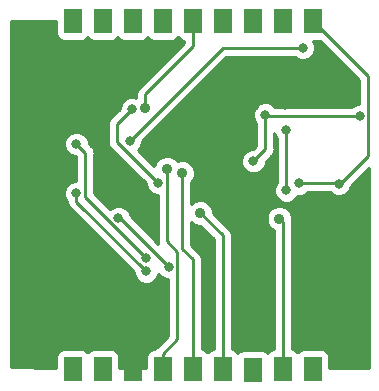
<source format=gbr>
G04 #@! TF.GenerationSoftware,KiCad,Pcbnew,5.0.2-bee76a0~70~ubuntu16.04.1*
G04 #@! TF.CreationDate,2019-03-15T16:40:36-06:00*
G04 #@! TF.ProjectId,AX25_TNC_modemmodule,41583235-5f54-44e4-935f-6d6f64656d6d,rev?*
G04 #@! TF.SameCoordinates,Original*
G04 #@! TF.FileFunction,Copper,L2,Bot*
G04 #@! TF.FilePolarity,Positive*
%FSLAX46Y46*%
G04 Gerber Fmt 4.6, Leading zero omitted, Abs format (unit mm)*
G04 Created by KiCad (PCBNEW 5.0.2-bee76a0~70~ubuntu16.04.1) date Fri 15 Mar 2019 04:40:36 PM MDT*
%MOMM*%
%LPD*%
G01*
G04 APERTURE LIST*
G04 #@! TA.AperFunction,ComponentPad*
%ADD10R,1.524000X2.032000*%
G04 #@! TD*
G04 #@! TA.AperFunction,ViaPad*
%ADD11C,0.889000*%
G04 #@! TD*
G04 #@! TA.AperFunction,ViaPad*
%ADD12C,0.800000*%
G04 #@! TD*
G04 #@! TA.AperFunction,Conductor*
%ADD13C,0.254000*%
G04 #@! TD*
G04 APERTURE END LIST*
D10*
G04 #@! TO.P,J14,1*
G04 #@! TO.N,/gen2*
X143954500Y-95567500D03*
G04 #@! TD*
G04 #@! TO.P,,1*
G04 #@! TO.N,N/C*
X141414500Y-95567500D03*
G04 #@! TD*
G04 #@! TO.P,gnd,3*
G04 #@! TO.N,GND*
X146494500Y-125031500D03*
G04 #@! TD*
G04 #@! TO.P,ptt,1*
G04 #@! TO.N,/ptt*
X141414500Y-125031500D03*
G04 #@! TD*
G04 #@! TO.P,out,2*
G04 #@! TO.N,/audio_out*
X143954500Y-125031500D03*
G04 #@! TD*
G04 #@! TO.P,txl,8*
G04 #@! TO.N,/txled*
X159194500Y-125031500D03*
G04 #@! TD*
G04 #@! TO.P,g1,6*
G04 #@! TO.N,/gen1*
X154114500Y-125031500D03*
G04 #@! TD*
G04 #@! TO.P,5v,9*
G04 #@! TO.N,+5V*
X161734500Y-125031500D03*
G04 #@! TD*
G04 #@! TO.P,sda,5*
G04 #@! TO.N,/sda*
X151574500Y-125031500D03*
G04 #@! TD*
G04 #@! TO.P,scl,4*
G04 #@! TO.N,/scl*
X149034500Y-125031500D03*
G04 #@! TD*
G04 #@! TO.P,rxl,7*
G04 #@! TO.N,/rxled*
X156654500Y-125095000D03*
G04 #@! TD*
G04 #@! TO.P,tx,1*
G04 #@! TO.N,/tnc_rx*
X149034500Y-95567500D03*
G04 #@! TD*
G04 #@! TO.P,g2,1*
G04 #@! TO.N,/tnc_tx*
X146494500Y-95567500D03*
G04 #@! TD*
G04 #@! TO.P,ain,1*
G04 #@! TO.N,/audio_in*
X154114500Y-95567500D03*
G04 #@! TD*
G04 #@! TO.P,osi,11*
G04 #@! TO.N,/mosi*
X159194500Y-95567500D03*
G04 #@! TD*
G04 #@! TO.P,sck,1*
G04 #@! TO.N,/sck*
X156654500Y-95567500D03*
G04 #@! TD*
G04 #@! TO.P,iso,10*
G04 #@! TO.N,/miso*
X161734500Y-95567500D03*
G04 #@! TD*
G04 #@! TO.P,rx,1*
G04 #@! TO.N,/gen3*
X151638000Y-95567500D03*
G04 #@! TD*
D11*
G04 #@! TO.N,GND*
X154368500Y-104584500D03*
X137922000Y-102616000D03*
X142303500Y-115506500D03*
X145224500Y-99123500D03*
X152908000Y-122872500D03*
X164719000Y-122555000D03*
X138176000Y-115506500D03*
X147510500Y-110045500D03*
X144462500Y-109664500D03*
X148272500Y-120904000D03*
X157480000Y-121920000D03*
D12*
X145161000Y-123190000D03*
D11*
X156781500Y-102806500D03*
D12*
X159385000Y-102679500D03*
X161480500Y-99758500D03*
G04 #@! TO.N,+5V*
X148653500Y-109283500D03*
X146430998Y-103060500D03*
G04 #@! TO.N,Net-(C4-Pad2)*
X147660045Y-115656045D03*
X141731996Y-105981500D03*
G04 #@! TO.N,Net-(C5-Pad2)*
X147637500Y-116776500D03*
X141732000Y-110172500D03*
D11*
G04 #@! TO.N,/sda*
X150685500Y-108458000D03*
G04 #@! TO.N,/scl*
X149415500Y-108077000D03*
D12*
G04 #@! TO.N,/mosi*
X159518074Y-109924574D03*
X159512000Y-104775000D03*
G04 #@! TO.N,/miso*
X160609927Y-109324234D03*
X163957000Y-109347000D03*
G04 #@! TO.N,/sck*
X156724067Y-107448067D03*
X165706490Y-103632000D03*
X157733996Y-103505000D03*
G04 #@! TO.N,/reset*
X146240500Y-105727500D03*
X160909000Y-97853498D03*
G04 #@! TO.N,Net-(R5-Pad2)*
X149542500Y-116395500D03*
X145294067Y-112261933D03*
D11*
G04 #@! TO.N,/gen1*
X152209500Y-111823500D03*
G04 #@! TO.N,/txled*
X158909783Y-112310283D03*
G04 #@! TO.N,/gen3*
X147574000Y-102933500D03*
G04 #@! TD*
D13*
G04 #@! TO.N,+5V*
X146030999Y-103460499D02*
X146430998Y-103060500D01*
X145161000Y-104330498D02*
X146030999Y-103460499D01*
X148653500Y-109283500D02*
X145161000Y-105791000D01*
X145161000Y-105791000D02*
X145161000Y-104330498D01*
G04 #@! TO.N,Net-(C4-Pad2)*
X142131995Y-106381499D02*
X141731996Y-105981500D01*
X142494000Y-106743504D02*
X142131995Y-106381499D01*
X147660045Y-115656045D02*
X142494000Y-110490000D01*
X142494000Y-110490000D02*
X142494000Y-106743504D01*
G04 #@! TO.N,Net-(C5-Pad2)*
X141732000Y-110738185D02*
X141732000Y-110172500D01*
X141732000Y-110871000D02*
X141732000Y-110738185D01*
X147637500Y-116776500D02*
X141732000Y-110871000D01*
G04 #@! TO.N,/sda*
X150685500Y-108458000D02*
X150685500Y-114864434D01*
X151574500Y-115753434D02*
X151574500Y-125031500D01*
X150685500Y-114864434D02*
X151574500Y-115753434D01*
X151574500Y-125031500D02*
X151574500Y-125031500D01*
G04 #@! TO.N,/scl*
X149415500Y-108077000D02*
X149415500Y-114236500D01*
X150269501Y-122526499D02*
X149034500Y-123761500D01*
X150269501Y-115090501D02*
X150269501Y-122526499D01*
X149034500Y-123761500D02*
X149034500Y-125031500D01*
X149415500Y-114236500D02*
X150269501Y-115090501D01*
X149034500Y-125031500D02*
X149034500Y-125031500D01*
G04 #@! TO.N,/mosi*
X159518074Y-109924574D02*
X159518074Y-104781074D01*
X159518074Y-104781074D02*
X159512000Y-104775000D01*
G04 #@! TO.N,/miso*
X160609927Y-109324234D02*
X163934234Y-109324234D01*
X163934234Y-109324234D02*
X163957000Y-109347000D01*
X160609927Y-109324234D02*
X164106766Y-109324234D01*
X164106766Y-109324234D02*
X166433500Y-106997500D01*
X166433500Y-106997500D02*
X166433500Y-100266500D01*
X166433500Y-100266500D02*
X161734500Y-95567500D01*
G04 #@! TO.N,/sck*
X157860996Y-103632000D02*
X157733996Y-103505000D01*
X165706490Y-103632000D02*
X157860996Y-103632000D01*
X157733996Y-106438138D02*
X157733996Y-104070685D01*
X156724067Y-107448067D02*
X157733996Y-106438138D01*
X157733996Y-104070685D02*
X157733996Y-103505000D01*
G04 #@! TO.N,/reset*
X154114502Y-97853498D02*
X160343315Y-97853498D01*
X146240500Y-105727500D02*
X154114502Y-97853498D01*
X160343315Y-97853498D02*
X160909000Y-97853498D01*
G04 #@! TO.N,Net-(R5-Pad2)*
X149542500Y-116395500D02*
X145408933Y-112261933D01*
X145408933Y-112261933D02*
X145294067Y-112261933D01*
G04 #@! TO.N,/gen1*
X154114500Y-113728500D02*
X152209500Y-111823500D01*
X154114500Y-125031500D02*
X154114500Y-125031500D01*
X154114500Y-125031500D02*
X154114500Y-113728500D01*
G04 #@! TO.N,/txled*
X159194500Y-112595000D02*
X159194500Y-125031500D01*
X158909783Y-112310283D02*
X159194500Y-112595000D01*
X159194500Y-125031500D02*
X159194500Y-125031500D01*
G04 #@! TO.N,/gen3*
X147574000Y-102933500D02*
X147574000Y-101790500D01*
X151638000Y-97726500D02*
X151638000Y-95567500D01*
X147574000Y-101790500D02*
X151638000Y-97726500D01*
X151638000Y-95567500D02*
X151638000Y-95567500D01*
G04 #@! TD*
G04 #@! TO.N,GND*
G36*
X165671501Y-100582132D02*
X165671501Y-102597000D01*
X165500616Y-102597000D01*
X165120210Y-102754569D01*
X165004779Y-102870000D01*
X158562707Y-102870000D01*
X158320276Y-102627569D01*
X157939870Y-102470000D01*
X157528122Y-102470000D01*
X157147716Y-102627569D01*
X156856565Y-102918720D01*
X156698996Y-103299126D01*
X156698996Y-103710874D01*
X156856565Y-104091280D01*
X156971997Y-104206712D01*
X156971996Y-106122507D01*
X156681437Y-106413067D01*
X156518193Y-106413067D01*
X156137787Y-106570636D01*
X155846636Y-106861787D01*
X155689067Y-107242193D01*
X155689067Y-107653941D01*
X155846636Y-108034347D01*
X156137787Y-108325498D01*
X156518193Y-108483067D01*
X156929941Y-108483067D01*
X157310347Y-108325498D01*
X157601498Y-108034347D01*
X157759067Y-107653941D01*
X157759067Y-107490697D01*
X158219746Y-107030019D01*
X158283367Y-106987509D01*
X158325878Y-106923887D01*
X158451783Y-106735457D01*
X158451783Y-106735456D01*
X158451784Y-106735455D01*
X158495996Y-106513186D01*
X158495996Y-106513182D01*
X158510923Y-106438139D01*
X158495996Y-106363096D01*
X158495996Y-105026734D01*
X158634569Y-105361280D01*
X158756075Y-105482786D01*
X158756074Y-109222863D01*
X158640643Y-109338294D01*
X158483074Y-109718700D01*
X158483074Y-110130448D01*
X158640643Y-110510854D01*
X158931794Y-110802005D01*
X159312200Y-110959574D01*
X159723948Y-110959574D01*
X160104354Y-110802005D01*
X160395505Y-110510854D01*
X160458308Y-110359234D01*
X160815801Y-110359234D01*
X161196207Y-110201665D01*
X161311638Y-110086234D01*
X163232523Y-110086234D01*
X163370720Y-110224431D01*
X163751126Y-110382000D01*
X164162874Y-110382000D01*
X164543280Y-110224431D01*
X164834431Y-109933280D01*
X164992000Y-109552874D01*
X164992000Y-109516630D01*
X166485500Y-108023130D01*
X166485501Y-124966579D01*
X163143940Y-124959896D01*
X163143940Y-124015500D01*
X163094657Y-123767735D01*
X162954309Y-123557691D01*
X162744265Y-123417343D01*
X162496500Y-123368060D01*
X160972500Y-123368060D01*
X160724735Y-123417343D01*
X160514691Y-123557691D01*
X160464500Y-123632807D01*
X160414309Y-123557691D01*
X160204265Y-123417343D01*
X159956500Y-123368060D01*
X159956500Y-112670047D01*
X159971428Y-112595000D01*
X159967815Y-112576837D01*
X159989283Y-112525009D01*
X159989283Y-112095557D01*
X159824939Y-111698795D01*
X159521271Y-111395127D01*
X159124509Y-111230783D01*
X158695057Y-111230783D01*
X158298295Y-111395127D01*
X157994627Y-111698795D01*
X157830283Y-112095557D01*
X157830283Y-112525009D01*
X157994627Y-112921771D01*
X158298295Y-113225439D01*
X158432500Y-113281028D01*
X158432501Y-123368060D01*
X158432500Y-123368060D01*
X158184735Y-123417343D01*
X157974691Y-123557691D01*
X157903285Y-123664557D01*
X157874309Y-123621191D01*
X157664265Y-123480843D01*
X157416500Y-123431560D01*
X155892500Y-123431560D01*
X155644735Y-123480843D01*
X155434691Y-123621191D01*
X155405715Y-123664557D01*
X155334309Y-123557691D01*
X155124265Y-123417343D01*
X154876500Y-123368060D01*
X154876500Y-113803547D01*
X154891428Y-113728500D01*
X154874743Y-113644618D01*
X154832288Y-113431183D01*
X154663871Y-113179129D01*
X154600249Y-113136618D01*
X153289000Y-111825370D01*
X153289000Y-111608774D01*
X153124656Y-111212012D01*
X152820988Y-110908344D01*
X152424226Y-110744000D01*
X151994774Y-110744000D01*
X151598012Y-110908344D01*
X151447500Y-111058856D01*
X151447500Y-109222644D01*
X151600656Y-109069488D01*
X151765000Y-108672726D01*
X151765000Y-108243274D01*
X151600656Y-107846512D01*
X151296988Y-107542844D01*
X150900226Y-107378500D01*
X150470774Y-107378500D01*
X150310169Y-107445025D01*
X150026988Y-107161844D01*
X149630226Y-106997500D01*
X149200774Y-106997500D01*
X148804012Y-107161844D01*
X148500344Y-107465512D01*
X148336000Y-107862274D01*
X148336000Y-107888369D01*
X146939671Y-106492040D01*
X147117931Y-106313780D01*
X147275500Y-105933374D01*
X147275500Y-105770130D01*
X154430133Y-98615498D01*
X160207289Y-98615498D01*
X160322720Y-98730929D01*
X160703126Y-98888498D01*
X161114874Y-98888498D01*
X161495280Y-98730929D01*
X161786431Y-98439778D01*
X161944000Y-98059372D01*
X161944000Y-97647624D01*
X161786431Y-97267218D01*
X161750153Y-97230940D01*
X162320310Y-97230940D01*
X165671501Y-100582132D01*
X165671501Y-100582132D01*
G37*
X165671501Y-100582132D02*
X165671501Y-102597000D01*
X165500616Y-102597000D01*
X165120210Y-102754569D01*
X165004779Y-102870000D01*
X158562707Y-102870000D01*
X158320276Y-102627569D01*
X157939870Y-102470000D01*
X157528122Y-102470000D01*
X157147716Y-102627569D01*
X156856565Y-102918720D01*
X156698996Y-103299126D01*
X156698996Y-103710874D01*
X156856565Y-104091280D01*
X156971997Y-104206712D01*
X156971996Y-106122507D01*
X156681437Y-106413067D01*
X156518193Y-106413067D01*
X156137787Y-106570636D01*
X155846636Y-106861787D01*
X155689067Y-107242193D01*
X155689067Y-107653941D01*
X155846636Y-108034347D01*
X156137787Y-108325498D01*
X156518193Y-108483067D01*
X156929941Y-108483067D01*
X157310347Y-108325498D01*
X157601498Y-108034347D01*
X157759067Y-107653941D01*
X157759067Y-107490697D01*
X158219746Y-107030019D01*
X158283367Y-106987509D01*
X158325878Y-106923887D01*
X158451783Y-106735457D01*
X158451783Y-106735456D01*
X158451784Y-106735455D01*
X158495996Y-106513186D01*
X158495996Y-106513182D01*
X158510923Y-106438139D01*
X158495996Y-106363096D01*
X158495996Y-105026734D01*
X158634569Y-105361280D01*
X158756075Y-105482786D01*
X158756074Y-109222863D01*
X158640643Y-109338294D01*
X158483074Y-109718700D01*
X158483074Y-110130448D01*
X158640643Y-110510854D01*
X158931794Y-110802005D01*
X159312200Y-110959574D01*
X159723948Y-110959574D01*
X160104354Y-110802005D01*
X160395505Y-110510854D01*
X160458308Y-110359234D01*
X160815801Y-110359234D01*
X161196207Y-110201665D01*
X161311638Y-110086234D01*
X163232523Y-110086234D01*
X163370720Y-110224431D01*
X163751126Y-110382000D01*
X164162874Y-110382000D01*
X164543280Y-110224431D01*
X164834431Y-109933280D01*
X164992000Y-109552874D01*
X164992000Y-109516630D01*
X166485500Y-108023130D01*
X166485501Y-124966579D01*
X163143940Y-124959896D01*
X163143940Y-124015500D01*
X163094657Y-123767735D01*
X162954309Y-123557691D01*
X162744265Y-123417343D01*
X162496500Y-123368060D01*
X160972500Y-123368060D01*
X160724735Y-123417343D01*
X160514691Y-123557691D01*
X160464500Y-123632807D01*
X160414309Y-123557691D01*
X160204265Y-123417343D01*
X159956500Y-123368060D01*
X159956500Y-112670047D01*
X159971428Y-112595000D01*
X159967815Y-112576837D01*
X159989283Y-112525009D01*
X159989283Y-112095557D01*
X159824939Y-111698795D01*
X159521271Y-111395127D01*
X159124509Y-111230783D01*
X158695057Y-111230783D01*
X158298295Y-111395127D01*
X157994627Y-111698795D01*
X157830283Y-112095557D01*
X157830283Y-112525009D01*
X157994627Y-112921771D01*
X158298295Y-113225439D01*
X158432500Y-113281028D01*
X158432501Y-123368060D01*
X158432500Y-123368060D01*
X158184735Y-123417343D01*
X157974691Y-123557691D01*
X157903285Y-123664557D01*
X157874309Y-123621191D01*
X157664265Y-123480843D01*
X157416500Y-123431560D01*
X155892500Y-123431560D01*
X155644735Y-123480843D01*
X155434691Y-123621191D01*
X155405715Y-123664557D01*
X155334309Y-123557691D01*
X155124265Y-123417343D01*
X154876500Y-123368060D01*
X154876500Y-113803547D01*
X154891428Y-113728500D01*
X154874743Y-113644618D01*
X154832288Y-113431183D01*
X154663871Y-113179129D01*
X154600249Y-113136618D01*
X153289000Y-111825370D01*
X153289000Y-111608774D01*
X153124656Y-111212012D01*
X152820988Y-110908344D01*
X152424226Y-110744000D01*
X151994774Y-110744000D01*
X151598012Y-110908344D01*
X151447500Y-111058856D01*
X151447500Y-109222644D01*
X151600656Y-109069488D01*
X151765000Y-108672726D01*
X151765000Y-108243274D01*
X151600656Y-107846512D01*
X151296988Y-107542844D01*
X150900226Y-107378500D01*
X150470774Y-107378500D01*
X150310169Y-107445025D01*
X150026988Y-107161844D01*
X149630226Y-106997500D01*
X149200774Y-106997500D01*
X148804012Y-107161844D01*
X148500344Y-107465512D01*
X148336000Y-107862274D01*
X148336000Y-107888369D01*
X146939671Y-106492040D01*
X147117931Y-106313780D01*
X147275500Y-105933374D01*
X147275500Y-105770130D01*
X154430133Y-98615498D01*
X160207289Y-98615498D01*
X160322720Y-98730929D01*
X160703126Y-98888498D01*
X161114874Y-98888498D01*
X161495280Y-98730929D01*
X161786431Y-98439778D01*
X161944000Y-98059372D01*
X161944000Y-97647624D01*
X161786431Y-97267218D01*
X161750153Y-97230940D01*
X162320310Y-97230940D01*
X165671501Y-100582132D01*
G36*
X140005060Y-96583500D02*
X140054343Y-96831265D01*
X140194691Y-97041309D01*
X140404735Y-97181657D01*
X140652500Y-97230940D01*
X142176500Y-97230940D01*
X142424265Y-97181657D01*
X142634309Y-97041309D01*
X142684500Y-96966193D01*
X142734691Y-97041309D01*
X142944735Y-97181657D01*
X143192500Y-97230940D01*
X144716500Y-97230940D01*
X144964265Y-97181657D01*
X145174309Y-97041309D01*
X145224500Y-96966193D01*
X145274691Y-97041309D01*
X145484735Y-97181657D01*
X145732500Y-97230940D01*
X147256500Y-97230940D01*
X147504265Y-97181657D01*
X147714309Y-97041309D01*
X147764500Y-96966193D01*
X147814691Y-97041309D01*
X148024735Y-97181657D01*
X148272500Y-97230940D01*
X149796500Y-97230940D01*
X150044265Y-97181657D01*
X150254309Y-97041309D01*
X150336250Y-96918677D01*
X150418191Y-97041309D01*
X150628235Y-97181657D01*
X150876000Y-97230940D01*
X150876000Y-97410869D01*
X147088251Y-101198619D01*
X147024630Y-101241129D01*
X146982119Y-101304751D01*
X146982118Y-101304752D01*
X146856213Y-101493183D01*
X146797073Y-101790500D01*
X146812001Y-101865548D01*
X146812001Y-102098041D01*
X146636872Y-102025500D01*
X146225124Y-102025500D01*
X145844718Y-102183069D01*
X145553567Y-102474220D01*
X145395998Y-102854626D01*
X145395998Y-103017869D01*
X144675251Y-103738617D01*
X144611630Y-103781127D01*
X144569119Y-103844749D01*
X144569118Y-103844750D01*
X144443213Y-104033181D01*
X144384073Y-104330498D01*
X144399001Y-104405546D01*
X144399000Y-105715956D01*
X144384073Y-105791000D01*
X144399000Y-105866043D01*
X144399000Y-105866047D01*
X144443212Y-106088316D01*
X144611629Y-106340371D01*
X144675253Y-106382883D01*
X147618500Y-109326131D01*
X147618500Y-109489374D01*
X147776069Y-109869780D01*
X148067220Y-110160931D01*
X148447626Y-110318500D01*
X148653500Y-110318500D01*
X148653501Y-114161452D01*
X148638573Y-114236500D01*
X148653501Y-114311548D01*
X148682632Y-114458002D01*
X146329067Y-112104437D01*
X146329067Y-112056059D01*
X146171498Y-111675653D01*
X145880347Y-111384502D01*
X145499941Y-111226933D01*
X145088193Y-111226933D01*
X144707787Y-111384502D01*
X144586960Y-111505329D01*
X143256000Y-110174370D01*
X143256000Y-106818546D01*
X143270927Y-106743503D01*
X143256000Y-106668460D01*
X143256000Y-106668456D01*
X143211788Y-106446187D01*
X143043371Y-106194133D01*
X142979746Y-106151620D01*
X142766996Y-105938870D01*
X142766996Y-105775626D01*
X142609427Y-105395220D01*
X142318276Y-105104069D01*
X141937870Y-104946500D01*
X141526122Y-104946500D01*
X141145716Y-105104069D01*
X140854565Y-105395220D01*
X140696996Y-105775626D01*
X140696996Y-106187374D01*
X140854565Y-106567780D01*
X141145716Y-106858931D01*
X141526122Y-107016500D01*
X141689366Y-107016500D01*
X141732001Y-107059135D01*
X141732000Y-109137500D01*
X141526126Y-109137500D01*
X141145720Y-109295069D01*
X140854569Y-109586220D01*
X140697000Y-109966626D01*
X140697000Y-110378374D01*
X140854569Y-110758780D01*
X140957017Y-110861228D01*
X140955073Y-110871000D01*
X140970000Y-110946043D01*
X140970000Y-110946047D01*
X141014212Y-111168316D01*
X141182629Y-111420371D01*
X141246253Y-111462883D01*
X146602500Y-116819131D01*
X146602500Y-116982374D01*
X146760069Y-117362780D01*
X147051220Y-117653931D01*
X147431626Y-117811500D01*
X147843374Y-117811500D01*
X148223780Y-117653931D01*
X148514931Y-117362780D01*
X148670497Y-116987208D01*
X148956220Y-117272931D01*
X149336626Y-117430500D01*
X149507501Y-117430500D01*
X149507502Y-122210867D01*
X148548753Y-123169617D01*
X148485129Y-123212129D01*
X148380940Y-123368060D01*
X148272500Y-123368060D01*
X148024735Y-123417343D01*
X147814691Y-123557691D01*
X147674343Y-123767735D01*
X147625060Y-124015500D01*
X147625060Y-124928858D01*
X145363940Y-124924336D01*
X145363940Y-124015500D01*
X145314657Y-123767735D01*
X145174309Y-123557691D01*
X144964265Y-123417343D01*
X144716500Y-123368060D01*
X143192500Y-123368060D01*
X142944735Y-123417343D01*
X142734691Y-123557691D01*
X142684500Y-123632807D01*
X142634309Y-123557691D01*
X142424265Y-123417343D01*
X142176500Y-123368060D01*
X140652500Y-123368060D01*
X140404735Y-123417343D01*
X140194691Y-123557691D01*
X140054343Y-123767735D01*
X140005060Y-124015500D01*
X140005060Y-124913618D01*
X136155500Y-124905919D01*
X136155500Y-95567500D01*
X140005060Y-95567500D01*
X140005060Y-96583500D01*
X140005060Y-96583500D01*
G37*
X140005060Y-96583500D02*
X140054343Y-96831265D01*
X140194691Y-97041309D01*
X140404735Y-97181657D01*
X140652500Y-97230940D01*
X142176500Y-97230940D01*
X142424265Y-97181657D01*
X142634309Y-97041309D01*
X142684500Y-96966193D01*
X142734691Y-97041309D01*
X142944735Y-97181657D01*
X143192500Y-97230940D01*
X144716500Y-97230940D01*
X144964265Y-97181657D01*
X145174309Y-97041309D01*
X145224500Y-96966193D01*
X145274691Y-97041309D01*
X145484735Y-97181657D01*
X145732500Y-97230940D01*
X147256500Y-97230940D01*
X147504265Y-97181657D01*
X147714309Y-97041309D01*
X147764500Y-96966193D01*
X147814691Y-97041309D01*
X148024735Y-97181657D01*
X148272500Y-97230940D01*
X149796500Y-97230940D01*
X150044265Y-97181657D01*
X150254309Y-97041309D01*
X150336250Y-96918677D01*
X150418191Y-97041309D01*
X150628235Y-97181657D01*
X150876000Y-97230940D01*
X150876000Y-97410869D01*
X147088251Y-101198619D01*
X147024630Y-101241129D01*
X146982119Y-101304751D01*
X146982118Y-101304752D01*
X146856213Y-101493183D01*
X146797073Y-101790500D01*
X146812001Y-101865548D01*
X146812001Y-102098041D01*
X146636872Y-102025500D01*
X146225124Y-102025500D01*
X145844718Y-102183069D01*
X145553567Y-102474220D01*
X145395998Y-102854626D01*
X145395998Y-103017869D01*
X144675251Y-103738617D01*
X144611630Y-103781127D01*
X144569119Y-103844749D01*
X144569118Y-103844750D01*
X144443213Y-104033181D01*
X144384073Y-104330498D01*
X144399001Y-104405546D01*
X144399000Y-105715956D01*
X144384073Y-105791000D01*
X144399000Y-105866043D01*
X144399000Y-105866047D01*
X144443212Y-106088316D01*
X144611629Y-106340371D01*
X144675253Y-106382883D01*
X147618500Y-109326131D01*
X147618500Y-109489374D01*
X147776069Y-109869780D01*
X148067220Y-110160931D01*
X148447626Y-110318500D01*
X148653500Y-110318500D01*
X148653501Y-114161452D01*
X148638573Y-114236500D01*
X148653501Y-114311548D01*
X148682632Y-114458002D01*
X146329067Y-112104437D01*
X146329067Y-112056059D01*
X146171498Y-111675653D01*
X145880347Y-111384502D01*
X145499941Y-111226933D01*
X145088193Y-111226933D01*
X144707787Y-111384502D01*
X144586960Y-111505329D01*
X143256000Y-110174370D01*
X143256000Y-106818546D01*
X143270927Y-106743503D01*
X143256000Y-106668460D01*
X143256000Y-106668456D01*
X143211788Y-106446187D01*
X143043371Y-106194133D01*
X142979746Y-106151620D01*
X142766996Y-105938870D01*
X142766996Y-105775626D01*
X142609427Y-105395220D01*
X142318276Y-105104069D01*
X141937870Y-104946500D01*
X141526122Y-104946500D01*
X141145716Y-105104069D01*
X140854565Y-105395220D01*
X140696996Y-105775626D01*
X140696996Y-106187374D01*
X140854565Y-106567780D01*
X141145716Y-106858931D01*
X141526122Y-107016500D01*
X141689366Y-107016500D01*
X141732001Y-107059135D01*
X141732000Y-109137500D01*
X141526126Y-109137500D01*
X141145720Y-109295069D01*
X140854569Y-109586220D01*
X140697000Y-109966626D01*
X140697000Y-110378374D01*
X140854569Y-110758780D01*
X140957017Y-110861228D01*
X140955073Y-110871000D01*
X140970000Y-110946043D01*
X140970000Y-110946047D01*
X141014212Y-111168316D01*
X141182629Y-111420371D01*
X141246253Y-111462883D01*
X146602500Y-116819131D01*
X146602500Y-116982374D01*
X146760069Y-117362780D01*
X147051220Y-117653931D01*
X147431626Y-117811500D01*
X147843374Y-117811500D01*
X148223780Y-117653931D01*
X148514931Y-117362780D01*
X148670497Y-116987208D01*
X148956220Y-117272931D01*
X149336626Y-117430500D01*
X149507501Y-117430500D01*
X149507502Y-122210867D01*
X148548753Y-123169617D01*
X148485129Y-123212129D01*
X148380940Y-123368060D01*
X148272500Y-123368060D01*
X148024735Y-123417343D01*
X147814691Y-123557691D01*
X147674343Y-123767735D01*
X147625060Y-124015500D01*
X147625060Y-124928858D01*
X145363940Y-124924336D01*
X145363940Y-124015500D01*
X145314657Y-123767735D01*
X145174309Y-123557691D01*
X144964265Y-123417343D01*
X144716500Y-123368060D01*
X143192500Y-123368060D01*
X142944735Y-123417343D01*
X142734691Y-123557691D01*
X142684500Y-123632807D01*
X142634309Y-123557691D01*
X142424265Y-123417343D01*
X142176500Y-123368060D01*
X140652500Y-123368060D01*
X140404735Y-123417343D01*
X140194691Y-123557691D01*
X140054343Y-123767735D01*
X140005060Y-124015500D01*
X140005060Y-124913618D01*
X136155500Y-124905919D01*
X136155500Y-95567500D01*
X140005060Y-95567500D01*
X140005060Y-96583500D01*
G36*
X151598012Y-112738656D02*
X151994774Y-112903000D01*
X152211370Y-112903000D01*
X153352501Y-114044132D01*
X153352500Y-123368060D01*
X153104735Y-123417343D01*
X152894691Y-123557691D01*
X152844500Y-123632807D01*
X152794309Y-123557691D01*
X152584265Y-123417343D01*
X152336500Y-123368060D01*
X152336500Y-115828481D01*
X152351428Y-115753434D01*
X152328839Y-115639872D01*
X152292288Y-115456117D01*
X152123871Y-115204063D01*
X152060250Y-115161553D01*
X151447500Y-114548804D01*
X151447500Y-112588144D01*
X151598012Y-112738656D01*
X151598012Y-112738656D01*
G37*
X151598012Y-112738656D02*
X151994774Y-112903000D01*
X152211370Y-112903000D01*
X153352501Y-114044132D01*
X153352500Y-123368060D01*
X153104735Y-123417343D01*
X152894691Y-123557691D01*
X152844500Y-123632807D01*
X152794309Y-123557691D01*
X152584265Y-123417343D01*
X152336500Y-123368060D01*
X152336500Y-115828481D01*
X152351428Y-115753434D01*
X152328839Y-115639872D01*
X152292288Y-115456117D01*
X152123871Y-115204063D01*
X152060250Y-115161553D01*
X151447500Y-114548804D01*
X151447500Y-112588144D01*
X151598012Y-112738656D01*
G04 #@! TD*
M02*

</source>
